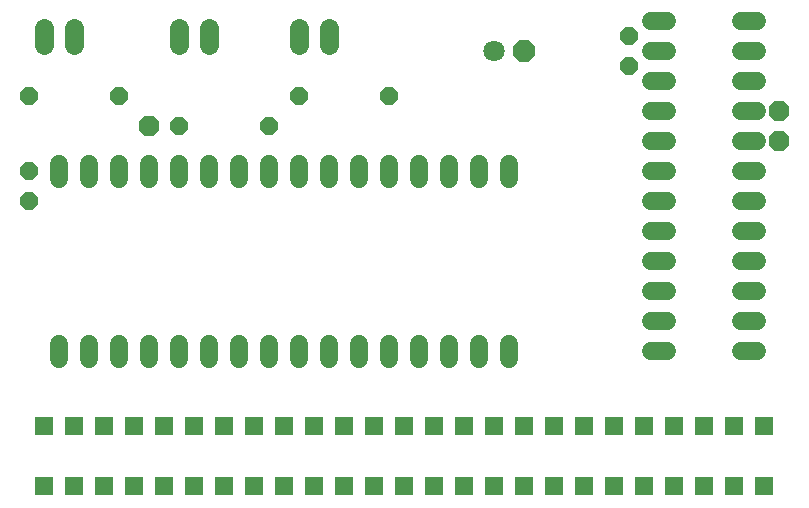
<source format=gts>
G04 EAGLE Gerber RS-274X export*
G75*
%MOMM*%
%FSLAX34Y34*%
%LPD*%
%INSoldermask Top*%
%IPPOS*%
%AMOC8*
5,1,8,0,0,1.08239X$1,22.5*%
G01*
%ADD10R,1.611200X1.611200*%
%ADD11C,1.524000*%
%ADD12C,1.625600*%
%ADD13P,1.649562X8X22.500000*%
%ADD14P,1.649562X8X202.500000*%
%ADD15P,1.869504X8X22.500000*%
%ADD16P,1.649562X8X292.500000*%
%ADD17P,1.951982X8X22.500000*%
%ADD18C,1.803400*%


D10*
X38100Y25400D03*
X38100Y76200D03*
X63500Y25400D03*
X63500Y76200D03*
X88900Y25400D03*
X88900Y76200D03*
X114300Y25400D03*
X114300Y76200D03*
X139700Y25400D03*
X139700Y76200D03*
X165100Y25400D03*
X165100Y76200D03*
X190500Y25400D03*
X190500Y76200D03*
X215900Y25400D03*
X215900Y76200D03*
X241300Y25400D03*
X241300Y76200D03*
X266700Y25400D03*
X266700Y76200D03*
X292100Y25400D03*
X292100Y76200D03*
X317500Y25400D03*
X317500Y76200D03*
X342900Y25400D03*
X342900Y76200D03*
X368300Y25400D03*
X368300Y76200D03*
X393700Y25400D03*
X393700Y76200D03*
X419100Y25400D03*
X419100Y76200D03*
X444500Y25400D03*
X444500Y76200D03*
X469900Y25400D03*
X469900Y76200D03*
X495300Y25400D03*
X495300Y76200D03*
X520700Y25400D03*
X520700Y76200D03*
X546100Y25400D03*
X546100Y76200D03*
X571500Y25400D03*
X571500Y76200D03*
X596900Y25400D03*
X596900Y76200D03*
X622300Y25400D03*
X622300Y76200D03*
X647700Y25400D03*
X647700Y76200D03*
D11*
X565404Y419100D02*
X552196Y419100D01*
X552196Y393700D02*
X565404Y393700D01*
X565404Y368300D02*
X552196Y368300D01*
X552196Y342900D02*
X565404Y342900D01*
X565404Y317500D02*
X552196Y317500D01*
X552196Y292100D02*
X565404Y292100D01*
X565404Y266700D02*
X552196Y266700D01*
X552196Y241300D02*
X565404Y241300D01*
X565404Y215900D02*
X552196Y215900D01*
X552196Y190500D02*
X565404Y190500D01*
X565404Y165100D02*
X552196Y165100D01*
X552196Y139700D02*
X565404Y139700D01*
X628396Y139700D02*
X641604Y139700D01*
X641604Y165100D02*
X628396Y165100D01*
X628396Y190500D02*
X641604Y190500D01*
X641604Y215900D02*
X628396Y215900D01*
X628396Y241300D02*
X641604Y241300D01*
X641604Y266700D02*
X628396Y266700D01*
X628396Y292100D02*
X641604Y292100D01*
X641604Y317500D02*
X628396Y317500D01*
X628396Y342900D02*
X641604Y342900D01*
X641604Y368300D02*
X628396Y368300D01*
X628396Y393700D02*
X641604Y393700D01*
X641604Y419100D02*
X628396Y419100D01*
X50800Y146304D02*
X50800Y133096D01*
X76200Y133096D02*
X76200Y146304D01*
X203200Y146304D02*
X203200Y133096D01*
X228600Y133096D02*
X228600Y146304D01*
X101600Y146304D02*
X101600Y133096D01*
X127000Y133096D02*
X127000Y146304D01*
X177800Y146304D02*
X177800Y133096D01*
X152400Y133096D02*
X152400Y146304D01*
X254000Y146304D02*
X254000Y133096D01*
X279400Y133096D02*
X279400Y146304D01*
X304800Y146304D02*
X304800Y133096D01*
X330200Y133096D02*
X330200Y146304D01*
X355600Y146304D02*
X355600Y133096D01*
X381000Y133096D02*
X381000Y146304D01*
X406400Y146304D02*
X406400Y133096D01*
X431800Y133096D02*
X431800Y146304D01*
X431800Y285496D02*
X431800Y298704D01*
X406400Y298704D02*
X406400Y285496D01*
X381000Y285496D02*
X381000Y298704D01*
X355600Y298704D02*
X355600Y285496D01*
X330200Y285496D02*
X330200Y298704D01*
X304800Y298704D02*
X304800Y285496D01*
X279400Y285496D02*
X279400Y298704D01*
X254000Y298704D02*
X254000Y285496D01*
X228600Y285496D02*
X228600Y298704D01*
X203200Y298704D02*
X203200Y285496D01*
X177800Y285496D02*
X177800Y298704D01*
X152400Y298704D02*
X152400Y285496D01*
X127000Y285496D02*
X127000Y298704D01*
X101600Y298704D02*
X101600Y285496D01*
X76200Y285496D02*
X76200Y298704D01*
X50800Y298704D02*
X50800Y285496D01*
D12*
X63500Y399288D02*
X63500Y413512D01*
X38100Y413512D02*
X38100Y399288D01*
D13*
X25400Y355600D03*
X101600Y355600D03*
D12*
X279400Y399288D02*
X279400Y413512D01*
X254000Y413512D02*
X254000Y399288D01*
X152400Y399288D02*
X152400Y413512D01*
X177800Y413512D02*
X177800Y399288D01*
D14*
X330200Y355600D03*
X254000Y355600D03*
X228600Y330200D03*
X152400Y330200D03*
D15*
X660400Y342900D03*
X660400Y317500D03*
X127000Y330200D03*
D16*
X25400Y292100D03*
X25400Y266700D03*
X533400Y406400D03*
X533400Y381000D03*
D17*
X444500Y393700D03*
D18*
X419100Y393700D03*
M02*

</source>
